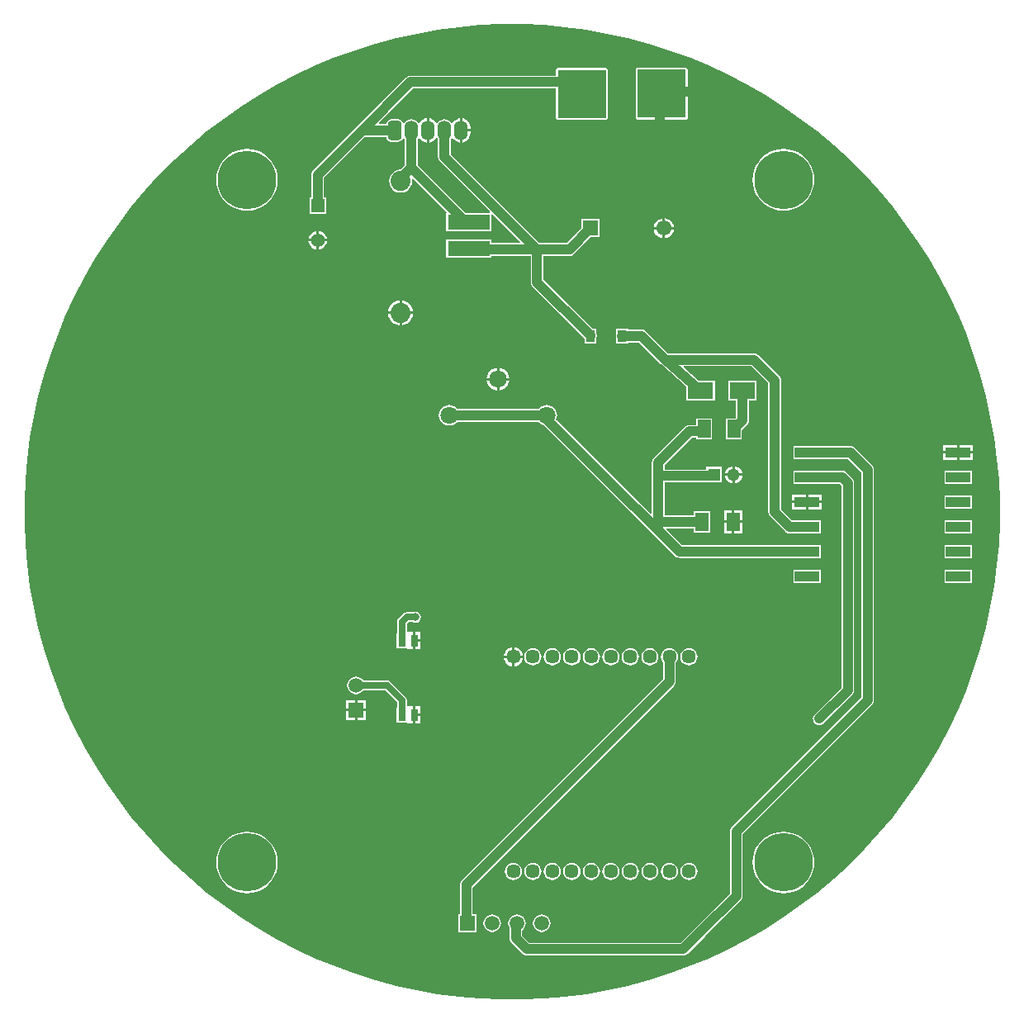
<source format=gtl>
G04*
G04 #@! TF.GenerationSoftware,Altium Limited,Altium Designer,20.0.13 (296)*
G04*
G04 Layer_Physical_Order=1*
G04 Layer_Color=255*
%FSLAX44Y44*%
%MOMM*%
G71*
G01*
G75*
%ADD20C,0.7000*%
%ADD22R,0.9100X1.2200*%
%ADD23R,0.7600X1.2700*%
%ADD24R,2.5000X1.0000*%
%ADD25R,1.3500X1.8500*%
%ADD26R,1.3500X1.9000*%
%ADD27R,4.3000X1.6000*%
%ADD28R,2.6500X1.7500*%
%ADD54C,1.0000*%
%ADD55R,5.0000X5.0000*%
%ADD56R,1.5000X1.5000*%
%ADD57C,1.5000*%
%ADD58R,1.5000X1.5000*%
%ADD59C,1.3000*%
%ADD60R,1.3000X1.3000*%
%ADD61C,1.8000*%
%ADD62C,1.4500*%
G04:AMPARAMS|DCode=63|XSize=2mm|YSize=1.4mm|CornerRadius=0.35mm|HoleSize=0mm|Usage=FLASHONLY|Rotation=90.000|XOffset=0mm|YOffset=0mm|HoleType=Round|Shape=RoundedRectangle|*
%AMROUNDEDRECTD63*
21,1,2.0000,0.7000,0,0,90.0*
21,1,1.3000,1.4000,0,0,90.0*
1,1,0.7000,0.3500,0.6500*
1,1,0.7000,0.3500,-0.6500*
1,1,0.7000,-0.3500,-0.6500*
1,1,0.7000,-0.3500,0.6500*
%
%ADD63ROUNDEDRECTD63*%
%ADD64O,1.4000X2.0000*%
%ADD65C,1.5500*%
%ADD66R,1.5500X1.5500*%
%ADD67R,1.4000X1.4000*%
%ADD68C,1.4000*%
%ADD69C,2.0500*%
%ADD70C,1.0000*%
%ADD71C,6.0000*%
%ADD72C,0.8000*%
G36*
X2760669Y920688D02*
X2782406Y918786D01*
X2804040Y915938D01*
X2825528Y912149D01*
X2846831Y907427D01*
X2867908Y901779D01*
X2888718Y895218D01*
X2909222Y887755D01*
X2929381Y879405D01*
X2949157Y870183D01*
X2968512Y860108D01*
X2987408Y849198D01*
X3005811Y837474D01*
X3023685Y824958D01*
X3040996Y811675D01*
X3057711Y797649D01*
X3073799Y782908D01*
X3089228Y767479D01*
X3103969Y751391D01*
X3117995Y734676D01*
X3131278Y717365D01*
X3143794Y699491D01*
X3155518Y681088D01*
X3166428Y662192D01*
X3176503Y642837D01*
X3185724Y623061D01*
X3194075Y602902D01*
X3201538Y582398D01*
X3208099Y561588D01*
X3213747Y540511D01*
X3218470Y519208D01*
X3222258Y497720D01*
X3225107Y476086D01*
X3227008Y454349D01*
X3227960Y432550D01*
Y421640D01*
Y410730D01*
X3227008Y388931D01*
X3225107Y367194D01*
X3222258Y345560D01*
X3218470Y324072D01*
X3213747Y302769D01*
X3208099Y281692D01*
X3201538Y260882D01*
X3194075Y240378D01*
X3185724Y220219D01*
X3176503Y200443D01*
X3166428Y181088D01*
X3155518Y162192D01*
X3143794Y143789D01*
X3131278Y125915D01*
X3117995Y108604D01*
X3103969Y91889D01*
X3089228Y75801D01*
X3073799Y60372D01*
X3057711Y45631D01*
X3040996Y31605D01*
X3023685Y18322D01*
X3005811Y5806D01*
X2987408Y-5918D01*
X2968512Y-16828D01*
X2949157Y-26903D01*
X2929381Y-36125D01*
X2909222Y-44475D01*
X2888718Y-51938D01*
X2867908Y-58499D01*
X2846831Y-64147D01*
X2825528Y-68869D01*
X2804040Y-72658D01*
X2782406Y-75507D01*
X2760669Y-77408D01*
X2738870Y-78360D01*
X2717050D01*
X2695251Y-77408D01*
X2673513Y-75507D01*
X2651880Y-72658D01*
X2630392Y-68869D01*
X2609089Y-64147D01*
X2588012Y-58499D01*
X2567202Y-51938D01*
X2546698Y-44475D01*
X2526539Y-36125D01*
X2506763Y-26903D01*
X2487408Y-16828D01*
X2468512Y-5918D01*
X2450109Y5806D01*
X2432235Y18322D01*
X2414924Y31605D01*
X2398209Y45631D01*
X2382121Y60372D01*
X2366692Y75801D01*
X2351951Y91889D01*
X2337925Y108604D01*
X2324642Y125915D01*
X2312126Y143789D01*
X2300402Y162192D01*
X2289492Y181088D01*
X2279417Y200443D01*
X2270195Y220219D01*
X2261845Y240378D01*
X2254382Y260882D01*
X2247821Y281692D01*
X2242173Y302769D01*
X2237451Y324072D01*
X2233662Y345560D01*
X2230813Y367194D01*
X2228912Y388931D01*
X2227960Y410730D01*
Y421640D01*
Y432550D01*
X2228912Y454349D01*
X2230813Y476086D01*
X2233662Y497720D01*
X2237451Y519208D01*
X2242173Y540511D01*
X2247821Y561588D01*
X2254382Y582398D01*
X2261845Y602902D01*
X2270195Y623061D01*
X2279417Y642837D01*
X2289492Y662192D01*
X2300402Y681088D01*
X2312126Y699491D01*
X2324642Y717365D01*
X2337925Y734676D01*
X2351951Y751391D01*
X2366692Y767479D01*
X2382121Y782908D01*
X2398209Y797649D01*
X2414924Y811675D01*
X2432235Y824958D01*
X2450109Y837474D01*
X2468512Y849198D01*
X2487408Y860108D01*
X2506763Y870183D01*
X2526539Y879405D01*
X2546698Y887755D01*
X2567202Y895218D01*
X2588012Y901779D01*
X2609089Y907427D01*
X2630392Y912149D01*
X2651880Y915938D01*
X2673513Y918786D01*
X2695251Y920688D01*
X2717050Y921640D01*
X2738870D01*
X2760669Y920688D01*
D02*
G37*
%LPC*%
G36*
X2906230Y877124D02*
X2856230D01*
X2855082Y876648D01*
X2854606Y875500D01*
Y825500D01*
X2855082Y824352D01*
X2856230Y823876D01*
X2906230D01*
X2907378Y824352D01*
X2907854Y825500D01*
Y875500D01*
X2907378Y876648D01*
X2906230Y877124D01*
D02*
G37*
G36*
X2824480Y876654D02*
X2774480D01*
X2773332Y876178D01*
X2772856Y875030D01*
Y868886D01*
X2623820D01*
X2622123Y868663D01*
X2620542Y868008D01*
X2619184Y866966D01*
X2569654Y817436D01*
X2569654Y817436D01*
X2523934Y771716D01*
X2522892Y770358D01*
X2522237Y768777D01*
X2522014Y767080D01*
Y743830D01*
X2520070D01*
Y726830D01*
X2537070D01*
Y743830D01*
X2535126D01*
Y764364D01*
X2577006Y806244D01*
X2599013D01*
X2599390Y804349D01*
X2600495Y802695D01*
X2602149Y801590D01*
X2604100Y801202D01*
X2611100D01*
X2613051Y801590D01*
X2614705Y802695D01*
X2615810Y804349D01*
X2615963Y805120D01*
X2616651Y805343D01*
X2617303Y805347D01*
X2618044Y804381D01*
Y777227D01*
X2613359Y772542D01*
X2610593Y772178D01*
X2607734Y770994D01*
X2605280Y769110D01*
X2603396Y766656D01*
X2602213Y763797D01*
X2601808Y760730D01*
X2602213Y757663D01*
X2603396Y754804D01*
X2605280Y752350D01*
X2607734Y750466D01*
X2610593Y749282D01*
X2613660Y748879D01*
X2616727Y749282D01*
X2619586Y750466D01*
X2622040Y752350D01*
X2623924Y754804D01*
X2625108Y757663D01*
X2625511Y760730D01*
X2625238Y762805D01*
X2626441Y763399D01*
X2660806Y729034D01*
X2660510Y728320D01*
X2660510D01*
Y709320D01*
X2706510D01*
Y726662D01*
X2707780Y727188D01*
X2736524Y698444D01*
X2736038Y697271D01*
X2706510D01*
Y701320D01*
X2660510D01*
Y682320D01*
X2706510D01*
Y684159D01*
X2746969D01*
Y657235D01*
X2747192Y655538D01*
X2747847Y653957D01*
X2748889Y652599D01*
X2802080Y599408D01*
Y594380D01*
X2814180D01*
Y599601D01*
X2814463Y600283D01*
X2814686Y601980D01*
Y602630D01*
X2814463Y604327D01*
X2814180Y605009D01*
Y609580D01*
X2810452D01*
X2760081Y659951D01*
Y684159D01*
X2786815D01*
X2788512Y684382D01*
X2790093Y685037D01*
X2791451Y686079D01*
X2808592Y703220D01*
X2817820D01*
Y721720D01*
X2799320D01*
Y712492D01*
X2784099Y697271D01*
X2756241D01*
X2665156Y788356D01*
Y804381D01*
X2665797Y805217D01*
X2667165Y805235D01*
X2667267Y804989D01*
X2668796Y802996D01*
X2670789Y801467D01*
X2673109Y800506D01*
X2674330Y800345D01*
Y812800D01*
Y825255D01*
X2673109Y825095D01*
X2670789Y824133D01*
X2668796Y822604D01*
X2667267Y820611D01*
X2667165Y820365D01*
X2665797Y820383D01*
X2664662Y821862D01*
X2662887Y823225D01*
X2660819Y824081D01*
X2658600Y824373D01*
X2656381Y824081D01*
X2654313Y823225D01*
X2652538Y821862D01*
X2651402Y820383D01*
X2650035Y820365D01*
X2649933Y820611D01*
X2648404Y822604D01*
X2646411Y824133D01*
X2644090Y825095D01*
X2642870Y825255D01*
Y812800D01*
Y800345D01*
X2644090Y800506D01*
X2646411Y801467D01*
X2648404Y802996D01*
X2649933Y804989D01*
X2650035Y805235D01*
X2651402Y805217D01*
X2652044Y804381D01*
Y785640D01*
X2652267Y783943D01*
X2652922Y782362D01*
X2653964Y781004D01*
X2705378Y729590D01*
X2704852Y728320D01*
X2680063D01*
X2631156Y777227D01*
Y804381D01*
X2631797Y805217D01*
X2633165Y805235D01*
X2633267Y804989D01*
X2634796Y802996D01*
X2636789Y801467D01*
X2639109Y800506D01*
X2640330Y800345D01*
Y812800D01*
Y825255D01*
X2639109Y825095D01*
X2636789Y824133D01*
X2634796Y822604D01*
X2633267Y820611D01*
X2633165Y820365D01*
X2631797Y820383D01*
X2630662Y821862D01*
X2628887Y823225D01*
X2626819Y824081D01*
X2624600Y824373D01*
X2622381Y824081D01*
X2620313Y823225D01*
X2618538Y821862D01*
X2617303Y820253D01*
X2616651Y820257D01*
X2615963Y820480D01*
X2615810Y821251D01*
X2614705Y822905D01*
X2613051Y824010D01*
X2611100Y824398D01*
X2604100D01*
X2602149Y824010D01*
X2600495Y822905D01*
X2599390Y821251D01*
X2599013Y819356D01*
X2591777D01*
X2591291Y820529D01*
X2626536Y855774D01*
X2772856D01*
Y825030D01*
X2773332Y823882D01*
X2774480Y823406D01*
X2824480D01*
X2825628Y823882D01*
X2826104Y825030D01*
Y875030D01*
X2825628Y876178D01*
X2824480Y876654D01*
D02*
G37*
G36*
X2676870Y825255D02*
Y814070D01*
X2685222D01*
Y815800D01*
X2684894Y818290D01*
X2683933Y820611D01*
X2682404Y822604D01*
X2680411Y824133D01*
X2678091Y825095D01*
X2676870Y825255D01*
D02*
G37*
G36*
X2685222Y811530D02*
X2676870D01*
Y800345D01*
X2678091Y800506D01*
X2680411Y801467D01*
X2682404Y802996D01*
X2683933Y804989D01*
X2684894Y807309D01*
X2685222Y809800D01*
Y811530D01*
D02*
G37*
G36*
X3006180Y793827D02*
X3001237Y793438D01*
X2996416Y792281D01*
X2991835Y790384D01*
X2987607Y787793D01*
X2983837Y784573D01*
X2980617Y780803D01*
X2978026Y776575D01*
X2976129Y771994D01*
X2974972Y767173D01*
X2974583Y762230D01*
X2974972Y757287D01*
X2976129Y752466D01*
X2978026Y747885D01*
X2980617Y743658D01*
X2983837Y739887D01*
X2987607Y736667D01*
X2991835Y734077D01*
X2996416Y732179D01*
X3001237Y731022D01*
X3006180Y730633D01*
X3011123Y731022D01*
X3015944Y732179D01*
X3020525Y734077D01*
X3024753Y736667D01*
X3028523Y739887D01*
X3031743Y743658D01*
X3034333Y747885D01*
X3036231Y752466D01*
X3037388Y757287D01*
X3037777Y762230D01*
X3037388Y767173D01*
X3036231Y771994D01*
X3034333Y776575D01*
X3031743Y780803D01*
X3028523Y784573D01*
X3024753Y787793D01*
X3020525Y790384D01*
X3015944Y792281D01*
X3011123Y793438D01*
X3006180Y793827D01*
D02*
G37*
G36*
X2456180D02*
X2451237Y793438D01*
X2446416Y792281D01*
X2441835Y790384D01*
X2437608Y787793D01*
X2433837Y784573D01*
X2430617Y780803D01*
X2428026Y776575D01*
X2426129Y771994D01*
X2424972Y767173D01*
X2424583Y762230D01*
X2424972Y757287D01*
X2426129Y752466D01*
X2428026Y747885D01*
X2430617Y743658D01*
X2433837Y739887D01*
X2437608Y736667D01*
X2441835Y734077D01*
X2446416Y732179D01*
X2451237Y731022D01*
X2456180Y730633D01*
X2461123Y731022D01*
X2465944Y732179D01*
X2470525Y734077D01*
X2474753Y736667D01*
X2478523Y739887D01*
X2481743Y743658D01*
X2484333Y747885D01*
X2486231Y752466D01*
X2487388Y757287D01*
X2487777Y762230D01*
X2487388Y767173D01*
X2486231Y771994D01*
X2484333Y776575D01*
X2481743Y780803D01*
X2478523Y784573D01*
X2474753Y787793D01*
X2470525Y790384D01*
X2465944Y792281D01*
X2461123Y793438D01*
X2456180Y793827D01*
D02*
G37*
G36*
X2884840Y722682D02*
Y713740D01*
X2893782D01*
X2893595Y715156D01*
X2892558Y717659D01*
X2890909Y719809D01*
X2888759Y721458D01*
X2886256Y722495D01*
X2884840Y722682D01*
D02*
G37*
G36*
X2882300Y722682D02*
X2880884Y722495D01*
X2878381Y721458D01*
X2876231Y719809D01*
X2874582Y717659D01*
X2873545Y715156D01*
X2873358Y713740D01*
X2882300D01*
Y722682D01*
D02*
G37*
G36*
X2893782Y711200D02*
X2884840D01*
Y702258D01*
X2886256Y702445D01*
X2888759Y703482D01*
X2890909Y705131D01*
X2892558Y707281D01*
X2893595Y709784D01*
X2893782Y711200D01*
D02*
G37*
G36*
X2882300D02*
X2873358D01*
X2873545Y709784D01*
X2874582Y707281D01*
X2876231Y705131D01*
X2878381Y703482D01*
X2880884Y702445D01*
X2882300Y702258D01*
Y711200D01*
D02*
G37*
G36*
X2529840Y709785D02*
Y701600D01*
X2538025D01*
X2537864Y702821D01*
X2536903Y705141D01*
X2535374Y707134D01*
X2533381Y708663D01*
X2531060Y709624D01*
X2529840Y709785D01*
D02*
G37*
G36*
X2527300Y709785D02*
X2526080Y709624D01*
X2523759Y708663D01*
X2521766Y707134D01*
X2520237Y705141D01*
X2519276Y702821D01*
X2519115Y701600D01*
X2527300D01*
Y709785D01*
D02*
G37*
G36*
Y699060D02*
X2519115D01*
X2519276Y697840D01*
X2520237Y695519D01*
X2521766Y693526D01*
X2523759Y691997D01*
X2526080Y691036D01*
X2527300Y690875D01*
Y699060D01*
D02*
G37*
G36*
X2538025D02*
X2529840D01*
Y690875D01*
X2531060Y691036D01*
X2533381Y691997D01*
X2535374Y693526D01*
X2536903Y695519D01*
X2537864Y697840D01*
X2538025Y699060D01*
D02*
G37*
G36*
X2614930Y638563D02*
Y627100D01*
X2626393D01*
X2626121Y629169D01*
X2624832Y632280D01*
X2622782Y634952D01*
X2620110Y637002D01*
X2616999Y638291D01*
X2614930Y638563D01*
D02*
G37*
G36*
X2612390Y638563D02*
X2610321Y638291D01*
X2607210Y637002D01*
X2604538Y634952D01*
X2602488Y632280D01*
X2601199Y629169D01*
X2600927Y627100D01*
X2612390D01*
Y638563D01*
D02*
G37*
G36*
Y624560D02*
X2600927D01*
X2601199Y622491D01*
X2602488Y619380D01*
X2604538Y616708D01*
X2607210Y614658D01*
X2610321Y613369D01*
X2612390Y613097D01*
Y624560D01*
D02*
G37*
G36*
X2626393D02*
X2614930D01*
Y613097D01*
X2616999Y613369D01*
X2620110Y614658D01*
X2622782Y616708D01*
X2624832Y619380D01*
X2626121Y622491D01*
X2626393Y624560D01*
D02*
G37*
G36*
X2714790Y569172D02*
Y558970D01*
X2724992D01*
X2724763Y560713D01*
X2723600Y563520D01*
X2721750Y565930D01*
X2719340Y567780D01*
X2716533Y568943D01*
X2714790Y569172D01*
D02*
G37*
G36*
X2712250Y569172D02*
X2710508Y568943D01*
X2707700Y567780D01*
X2705290Y565930D01*
X2703440Y563520D01*
X2702277Y560713D01*
X2702048Y558970D01*
X2712250D01*
Y569172D01*
D02*
G37*
G36*
X2724992Y556430D02*
X2714790D01*
Y546228D01*
X2716533Y546457D01*
X2719340Y547620D01*
X2721750Y549470D01*
X2723600Y551880D01*
X2724763Y554688D01*
X2724992Y556430D01*
D02*
G37*
G36*
X2712250D02*
X2702048D01*
X2702277Y554688D01*
X2703440Y551880D01*
X2705290Y549470D01*
X2707700Y547620D01*
X2710508Y546457D01*
X2712250Y546228D01*
Y556430D01*
D02*
G37*
G36*
X2763520Y531291D02*
X2760779Y530930D01*
X2758225Y529872D01*
X2756031Y528189D01*
X2755316Y527256D01*
X2671724D01*
X2671009Y528189D01*
X2668815Y529872D01*
X2666261Y530930D01*
X2663520Y531291D01*
X2660779Y530930D01*
X2658225Y529872D01*
X2656031Y528189D01*
X2654348Y525995D01*
X2653290Y523441D01*
X2652929Y520700D01*
X2653290Y517959D01*
X2654348Y515405D01*
X2656031Y513211D01*
X2658225Y511528D01*
X2660779Y510470D01*
X2663520Y510109D01*
X2666261Y510470D01*
X2668815Y511528D01*
X2671009Y513211D01*
X2671724Y514144D01*
X2755316D01*
X2756031Y513211D01*
X2758225Y511528D01*
X2760590Y510549D01*
X2825139Y445999D01*
X2825140Y445999D01*
X2873184Y397954D01*
X2873184Y397954D01*
X2894774Y376364D01*
X2896132Y375322D01*
X2897713Y374667D01*
X2899410Y374444D01*
X3030220D01*
X3030646Y374500D01*
X3044220D01*
Y387500D01*
X3030646D01*
X3030220Y387556D01*
X2902126D01*
X2885931Y403751D01*
X2886417Y404924D01*
X2914530D01*
Y400480D01*
X2931030D01*
Y422480D01*
X2914530D01*
Y418036D01*
X2884376D01*
Y451914D01*
X2927130D01*
Y451740D01*
X2943130D01*
Y467740D01*
X2927130D01*
Y465026D01*
X2884376D01*
Y469724D01*
X2912285Y497634D01*
X2916550D01*
Y495980D01*
X2933050D01*
Y517480D01*
X2916550D01*
Y510746D01*
X2909570D01*
X2907873Y510523D01*
X2906292Y509868D01*
X2904934Y508826D01*
X2873184Y477076D01*
X2872142Y475718D01*
X2871487Y474137D01*
X2871264Y472440D01*
Y458470D01*
Y420077D01*
X2870091Y419591D01*
X2834411Y455271D01*
X2773156Y516526D01*
X2773750Y517959D01*
X2774111Y520700D01*
X2773750Y523441D01*
X2772692Y525995D01*
X2771009Y528189D01*
X2768815Y529872D01*
X2766261Y530930D01*
X2763520Y531291D01*
D02*
G37*
G36*
X2978840Y556350D02*
X2949340D01*
Y535850D01*
X2957624D01*
Y518326D01*
X2956778Y517480D01*
X2947050D01*
Y495980D01*
X2963550D01*
Y505708D01*
X2968816Y510974D01*
X2969858Y512332D01*
X2970513Y513913D01*
X2970736Y515610D01*
Y535850D01*
X2978840D01*
Y556350D01*
D02*
G37*
G36*
X3200260Y490140D02*
X3186490D01*
Y483870D01*
X3200260D01*
Y490140D01*
D02*
G37*
G36*
X3183950D02*
X3170180D01*
Y483870D01*
X3183950D01*
Y490140D01*
D02*
G37*
G36*
X3200260Y481330D02*
X3186490D01*
Y475060D01*
X3200260D01*
Y481330D01*
D02*
G37*
G36*
X3183950D02*
X3170180D01*
Y475060D01*
X3183950D01*
Y481330D01*
D02*
G37*
G36*
X2956400Y468691D02*
Y461010D01*
X2964081D01*
X2963937Y462100D01*
X2963026Y464299D01*
X2961577Y466187D01*
X2959689Y467636D01*
X2957490Y468547D01*
X2956400Y468691D01*
D02*
G37*
G36*
X2953860Y468691D02*
X2952770Y468547D01*
X2950571Y467636D01*
X2948683Y466187D01*
X2947234Y464299D01*
X2946323Y462100D01*
X2946179Y461010D01*
X2953860D01*
Y468691D01*
D02*
G37*
G36*
X2964081Y458470D02*
X2956400D01*
Y450789D01*
X2957490Y450933D01*
X2959689Y451844D01*
X2961577Y453293D01*
X2963026Y455181D01*
X2963937Y457380D01*
X2964081Y458470D01*
D02*
G37*
G36*
X2953860D02*
X2946179D01*
X2946323Y457380D01*
X2947234Y455181D01*
X2948683Y453293D01*
X2950571Y451844D01*
X2952770Y450933D01*
X2953860Y450789D01*
Y458470D01*
D02*
G37*
G36*
X3199220Y463700D02*
X3171220D01*
Y450700D01*
X3199220D01*
Y463700D01*
D02*
G37*
G36*
X3045260Y439340D02*
X3031490D01*
Y433070D01*
X3045260D01*
Y439340D01*
D02*
G37*
G36*
X3028950D02*
X3015180D01*
Y433070D01*
X3028950D01*
Y439340D01*
D02*
G37*
G36*
X3199220Y438300D02*
X3171220D01*
Y425300D01*
X3199220D01*
Y438300D01*
D02*
G37*
G36*
X3045260Y430530D02*
X3031490D01*
Y424260D01*
X3045260D01*
Y430530D01*
D02*
G37*
G36*
X3028950D02*
X3015180D01*
Y424260D01*
X3028950D01*
Y430530D01*
D02*
G37*
G36*
X2964070Y423520D02*
X2956050D01*
Y412750D01*
X2964070D01*
Y423520D01*
D02*
G37*
G36*
X2953510D02*
X2945490D01*
Y412750D01*
X2953510D01*
Y423520D01*
D02*
G37*
G36*
X3199220Y412900D02*
X3171220D01*
Y399900D01*
X3199220D01*
Y412900D01*
D02*
G37*
G36*
X2846880Y609580D02*
X2834780D01*
Y604359D01*
X2834497Y603677D01*
X2834274Y601980D01*
X2834497Y600283D01*
X2834780Y599601D01*
Y594380D01*
X2846880D01*
Y595424D01*
X2858057D01*
X2880469Y573011D01*
X2880641Y572879D01*
X2880783Y572717D01*
X2906340Y550312D01*
Y535850D01*
X2935840D01*
Y556350D01*
X2919343D01*
X2903885Y569902D01*
X2904332Y571091D01*
X2973098D01*
X2990644Y553544D01*
Y421640D01*
X2990867Y419943D01*
X2991522Y418362D01*
X2992564Y417004D01*
X3007916Y401652D01*
X3009274Y400610D01*
X3010855Y399955D01*
X3012552Y399732D01*
X3020836D01*
X3021688Y399844D01*
X3030220D01*
X3030646Y399900D01*
X3044220D01*
Y412900D01*
X3030646D01*
X3030220Y412956D01*
X3020948D01*
X3020522Y412900D01*
X3016220D01*
X3016220Y412900D01*
Y412900D01*
X3015027Y413085D01*
X3003756Y424356D01*
Y556260D01*
X3003533Y557957D01*
X3002878Y559538D01*
X3001836Y560896D01*
X2980449Y582283D01*
X2979091Y583325D01*
X2977510Y583980D01*
X2975813Y584203D01*
X2887821D01*
X2865408Y606616D01*
X2864050Y607658D01*
X2862469Y608313D01*
X2860772Y608536D01*
X2846880D01*
Y609580D01*
D02*
G37*
G36*
X2964070Y410210D02*
X2956050D01*
Y399440D01*
X2964070D01*
Y410210D01*
D02*
G37*
G36*
X2953510D02*
X2945490D01*
Y399440D01*
X2953510D01*
Y410210D01*
D02*
G37*
G36*
X3199220Y387500D02*
X3171220D01*
Y374500D01*
X3199220D01*
Y387500D01*
D02*
G37*
G36*
Y362100D02*
X3171220D01*
Y349100D01*
X3199220D01*
Y362100D01*
D02*
G37*
G36*
X3044220D02*
X3016220D01*
Y349100D01*
X3044220D01*
Y362100D01*
D02*
G37*
G36*
X2628900Y319298D02*
X2626754Y318871D01*
X2626630Y318788D01*
X2620010D01*
X2618059Y318400D01*
X2616405Y317295D01*
X2611325Y312215D01*
X2610220Y310561D01*
X2609832Y308610D01*
Y297410D01*
X2609630D01*
Y281710D01*
X2620020D01*
X2620230Y281710D01*
X2621290Y281203D01*
Y280670D01*
X2626360D01*
Y289560D01*
Y298450D01*
X2621298D01*
X2621290Y298450D01*
X2620028Y298469D01*
Y306498D01*
X2622122Y308592D01*
X2626630D01*
X2626754Y308509D01*
X2628900Y308082D01*
X2631046Y308509D01*
X2632865Y309725D01*
X2634081Y311544D01*
X2634508Y313690D01*
X2634081Y315836D01*
X2632865Y317655D01*
X2631046Y318871D01*
X2628900Y319298D01*
D02*
G37*
G36*
Y298450D02*
Y290830D01*
X2633970D01*
Y298450D01*
X2628900D01*
D02*
G37*
G36*
X2633970Y288290D02*
X2628900D01*
Y280670D01*
X2633970D01*
Y288290D01*
D02*
G37*
G36*
X2730520Y282757D02*
Y274320D01*
X2738957D01*
X2738788Y275606D01*
X2737802Y277987D01*
X2736232Y280032D01*
X2734187Y281602D01*
X2731806Y282588D01*
X2730520Y282757D01*
D02*
G37*
G36*
X2727980Y282757D02*
X2726694Y282588D01*
X2724313Y281602D01*
X2722268Y280032D01*
X2720699Y277987D01*
X2719712Y275606D01*
X2719543Y274320D01*
X2727980D01*
Y282757D01*
D02*
G37*
G36*
X2909250Y281875D02*
X2906966Y281575D01*
X2904837Y280693D01*
X2903009Y279291D01*
X2901607Y277463D01*
X2900725Y275334D01*
X2900424Y273050D01*
X2900725Y270766D01*
X2901607Y268637D01*
X2903009Y266809D01*
X2904837Y265407D01*
X2906966Y264525D01*
X2909250Y264224D01*
X2911534Y264525D01*
X2913663Y265407D01*
X2915491Y266809D01*
X2916893Y268637D01*
X2917775Y270766D01*
X2918076Y273050D01*
X2917775Y275334D01*
X2916893Y277463D01*
X2915491Y279291D01*
X2913663Y280693D01*
X2911534Y281575D01*
X2909250Y281875D01*
D02*
G37*
G36*
X2869250D02*
X2866966Y281575D01*
X2864837Y280693D01*
X2863009Y279291D01*
X2861607Y277463D01*
X2860725Y275334D01*
X2860424Y273050D01*
X2860725Y270766D01*
X2861607Y268637D01*
X2863009Y266809D01*
X2864837Y265407D01*
X2866966Y264525D01*
X2869250Y264224D01*
X2871534Y264525D01*
X2873663Y265407D01*
X2875491Y266809D01*
X2876893Y268637D01*
X2877775Y270766D01*
X2878076Y273050D01*
X2877775Y275334D01*
X2876893Y277463D01*
X2875491Y279291D01*
X2873663Y280693D01*
X2871534Y281575D01*
X2869250Y281875D01*
D02*
G37*
G36*
X2849250D02*
X2846966Y281575D01*
X2844837Y280693D01*
X2843009Y279291D01*
X2841607Y277463D01*
X2840725Y275334D01*
X2840424Y273050D01*
X2840725Y270766D01*
X2841607Y268637D01*
X2843009Y266809D01*
X2844837Y265407D01*
X2846966Y264525D01*
X2849250Y264224D01*
X2851534Y264525D01*
X2853663Y265407D01*
X2855491Y266809D01*
X2856893Y268637D01*
X2857775Y270766D01*
X2858076Y273050D01*
X2857775Y275334D01*
X2856893Y277463D01*
X2855491Y279291D01*
X2853663Y280693D01*
X2851534Y281575D01*
X2849250Y281875D01*
D02*
G37*
G36*
X2829250D02*
X2826966Y281575D01*
X2824837Y280693D01*
X2823009Y279291D01*
X2821607Y277463D01*
X2820725Y275334D01*
X2820424Y273050D01*
X2820725Y270766D01*
X2821607Y268637D01*
X2823009Y266809D01*
X2824837Y265407D01*
X2826966Y264525D01*
X2829250Y264224D01*
X2831534Y264525D01*
X2833663Y265407D01*
X2835491Y266809D01*
X2836893Y268637D01*
X2837775Y270766D01*
X2838076Y273050D01*
X2837775Y275334D01*
X2836893Y277463D01*
X2835491Y279291D01*
X2833663Y280693D01*
X2831534Y281575D01*
X2829250Y281875D01*
D02*
G37*
G36*
X2809250D02*
X2806966Y281575D01*
X2804837Y280693D01*
X2803009Y279291D01*
X2801607Y277463D01*
X2800725Y275334D01*
X2800424Y273050D01*
X2800725Y270766D01*
X2801607Y268637D01*
X2803009Y266809D01*
X2804837Y265407D01*
X2806966Y264525D01*
X2809250Y264224D01*
X2811534Y264525D01*
X2813663Y265407D01*
X2815491Y266809D01*
X2816893Y268637D01*
X2817775Y270766D01*
X2818076Y273050D01*
X2817775Y275334D01*
X2816893Y277463D01*
X2815491Y279291D01*
X2813663Y280693D01*
X2811534Y281575D01*
X2809250Y281875D01*
D02*
G37*
G36*
X2789250D02*
X2786966Y281575D01*
X2784837Y280693D01*
X2783009Y279291D01*
X2781607Y277463D01*
X2780725Y275334D01*
X2780424Y273050D01*
X2780725Y270766D01*
X2781607Y268637D01*
X2783009Y266809D01*
X2784837Y265407D01*
X2786966Y264525D01*
X2789250Y264224D01*
X2791534Y264525D01*
X2793663Y265407D01*
X2795491Y266809D01*
X2796893Y268637D01*
X2797775Y270766D01*
X2798076Y273050D01*
X2797775Y275334D01*
X2796893Y277463D01*
X2795491Y279291D01*
X2793663Y280693D01*
X2791534Y281575D01*
X2789250Y281875D01*
D02*
G37*
G36*
X2769250D02*
X2766966Y281575D01*
X2764837Y280693D01*
X2763009Y279291D01*
X2761607Y277463D01*
X2760725Y275334D01*
X2760424Y273050D01*
X2760725Y270766D01*
X2761607Y268637D01*
X2763009Y266809D01*
X2764837Y265407D01*
X2766966Y264525D01*
X2769250Y264224D01*
X2771534Y264525D01*
X2773663Y265407D01*
X2775491Y266809D01*
X2776893Y268637D01*
X2777775Y270766D01*
X2778076Y273050D01*
X2777775Y275334D01*
X2776893Y277463D01*
X2775491Y279291D01*
X2773663Y280693D01*
X2771534Y281575D01*
X2769250Y281875D01*
D02*
G37*
G36*
X2749250D02*
X2746966Y281575D01*
X2744837Y280693D01*
X2743009Y279291D01*
X2741607Y277463D01*
X2740725Y275334D01*
X2740424Y273050D01*
X2740725Y270766D01*
X2741607Y268637D01*
X2743009Y266809D01*
X2744837Y265407D01*
X2746966Y264525D01*
X2749250Y264224D01*
X2751534Y264525D01*
X2753663Y265407D01*
X2755491Y266809D01*
X2756893Y268637D01*
X2757775Y270766D01*
X2758076Y273050D01*
X2757775Y275334D01*
X2756893Y277463D01*
X2755491Y279291D01*
X2753663Y280693D01*
X2751534Y281575D01*
X2749250Y281875D01*
D02*
G37*
G36*
X2727980Y271780D02*
X2719543D01*
X2719712Y270494D01*
X2720699Y268113D01*
X2722268Y266068D01*
X2724313Y264499D01*
X2726694Y263512D01*
X2727980Y263343D01*
Y271780D01*
D02*
G37*
G36*
X2738957D02*
X2730520D01*
Y263343D01*
X2731806Y263512D01*
X2734187Y264499D01*
X2736232Y266068D01*
X2737802Y268113D01*
X2738788Y270494D01*
X2738957Y271780D01*
D02*
G37*
G36*
X2577980Y228480D02*
X2569210D01*
Y219710D01*
X2577980D01*
Y228480D01*
D02*
G37*
G36*
X2566670D02*
X2557900D01*
Y219710D01*
X2566670D01*
Y228480D01*
D02*
G37*
G36*
X2628900Y222250D02*
Y214630D01*
X2633970D01*
Y222250D01*
X2628900D01*
D02*
G37*
G36*
X2577980Y217170D02*
X2569210D01*
Y208400D01*
X2577980D01*
Y217170D01*
D02*
G37*
G36*
X2566670D02*
X2557900D01*
Y208400D01*
X2566670D01*
Y217170D01*
D02*
G37*
G36*
X2633970Y212090D02*
X2628900D01*
Y204470D01*
X2633970D01*
Y212090D01*
D02*
G37*
G36*
X2567940Y252918D02*
X2565591Y252608D01*
X2563401Y251702D01*
X2561521Y250259D01*
X2560078Y248379D01*
X2559172Y246189D01*
X2558862Y243840D01*
X2559172Y241490D01*
X2560078Y239301D01*
X2561521Y237421D01*
X2563401Y235979D01*
X2565591Y235072D01*
X2567940Y234762D01*
X2570290Y235072D01*
X2572479Y235979D01*
X2574359Y237421D01*
X2575372Y238742D01*
X2597578D01*
X2609832Y226488D01*
Y221210D01*
X2609630D01*
Y205510D01*
X2620020D01*
X2620230Y205510D01*
X2621290Y205003D01*
Y204470D01*
X2626360D01*
Y213360D01*
Y222250D01*
X2621298D01*
X2621290Y222250D01*
X2620028Y222269D01*
Y228600D01*
X2619640Y230551D01*
X2618535Y232205D01*
X2617265Y233475D01*
X2617265Y233475D01*
X2603295Y247445D01*
X2601641Y248550D01*
X2599690Y248938D01*
X2575372D01*
X2574359Y250259D01*
X2572479Y251702D01*
X2570290Y252608D01*
X2567940Y252918D01*
D02*
G37*
G36*
X3066272Y463756D02*
X3030220D01*
X3029794Y463700D01*
X3016220D01*
Y450700D01*
X3029794D01*
X3030220Y450644D01*
X3063557D01*
X3065574Y448627D01*
Y241476D01*
X3038284Y214186D01*
X3037242Y212828D01*
X3036587Y211247D01*
X3036364Y209550D01*
X3036587Y207853D01*
X3037242Y206272D01*
X3038284Y204914D01*
X3039642Y203872D01*
X3041223Y203217D01*
X3042920Y202994D01*
X3044617Y203217D01*
X3046198Y203872D01*
X3047556Y204914D01*
X3076766Y234124D01*
X3077808Y235482D01*
X3078463Y237063D01*
X3078686Y238760D01*
Y451342D01*
X3078463Y453039D01*
X3077808Y454620D01*
X3076766Y455978D01*
X3070908Y461836D01*
X3069550Y462878D01*
X3067969Y463533D01*
X3066272Y463756D01*
D02*
G37*
G36*
X2909250Y61876D02*
X2906966Y61575D01*
X2904837Y60693D01*
X2903009Y59291D01*
X2901607Y57463D01*
X2900725Y55334D01*
X2900424Y53050D01*
X2900725Y50766D01*
X2901607Y48637D01*
X2903009Y46809D01*
X2904837Y45407D01*
X2906966Y44525D01*
X2909250Y44225D01*
X2911534Y44525D01*
X2913663Y45407D01*
X2915491Y46809D01*
X2916893Y48637D01*
X2917775Y50766D01*
X2918076Y53050D01*
X2917775Y55334D01*
X2916893Y57463D01*
X2915491Y59291D01*
X2913663Y60693D01*
X2911534Y61575D01*
X2909250Y61876D01*
D02*
G37*
G36*
X2889250D02*
X2886966Y61575D01*
X2884837Y60693D01*
X2883009Y59291D01*
X2881607Y57463D01*
X2880725Y55334D01*
X2880424Y53050D01*
X2880725Y50766D01*
X2881607Y48637D01*
X2883009Y46809D01*
X2884837Y45407D01*
X2886966Y44525D01*
X2889250Y44225D01*
X2891534Y44525D01*
X2893663Y45407D01*
X2895491Y46809D01*
X2896893Y48637D01*
X2897775Y50766D01*
X2898076Y53050D01*
X2897775Y55334D01*
X2896893Y57463D01*
X2895491Y59291D01*
X2893663Y60693D01*
X2891534Y61575D01*
X2889250Y61876D01*
D02*
G37*
G36*
X2869250D02*
X2866966Y61575D01*
X2864837Y60693D01*
X2863009Y59291D01*
X2861607Y57463D01*
X2860725Y55334D01*
X2860424Y53050D01*
X2860725Y50766D01*
X2861607Y48637D01*
X2863009Y46809D01*
X2864837Y45407D01*
X2866966Y44525D01*
X2869250Y44225D01*
X2871534Y44525D01*
X2873663Y45407D01*
X2875491Y46809D01*
X2876893Y48637D01*
X2877775Y50766D01*
X2878076Y53050D01*
X2877775Y55334D01*
X2876893Y57463D01*
X2875491Y59291D01*
X2873663Y60693D01*
X2871534Y61575D01*
X2869250Y61876D01*
D02*
G37*
G36*
X2849250D02*
X2846966Y61575D01*
X2844837Y60693D01*
X2843009Y59291D01*
X2841607Y57463D01*
X2840725Y55334D01*
X2840424Y53050D01*
X2840725Y50766D01*
X2841607Y48637D01*
X2843009Y46809D01*
X2844837Y45407D01*
X2846966Y44525D01*
X2849250Y44225D01*
X2851534Y44525D01*
X2853663Y45407D01*
X2855491Y46809D01*
X2856893Y48637D01*
X2857775Y50766D01*
X2858076Y53050D01*
X2857775Y55334D01*
X2856893Y57463D01*
X2855491Y59291D01*
X2853663Y60693D01*
X2851534Y61575D01*
X2849250Y61876D01*
D02*
G37*
G36*
X2829250D02*
X2826966Y61575D01*
X2824837Y60693D01*
X2823009Y59291D01*
X2821607Y57463D01*
X2820725Y55334D01*
X2820424Y53050D01*
X2820725Y50766D01*
X2821607Y48637D01*
X2823009Y46809D01*
X2824837Y45407D01*
X2826966Y44525D01*
X2829250Y44225D01*
X2831534Y44525D01*
X2833663Y45407D01*
X2835491Y46809D01*
X2836893Y48637D01*
X2837775Y50766D01*
X2838076Y53050D01*
X2837775Y55334D01*
X2836893Y57463D01*
X2835491Y59291D01*
X2833663Y60693D01*
X2831534Y61575D01*
X2829250Y61876D01*
D02*
G37*
G36*
X2809250D02*
X2806966Y61575D01*
X2804837Y60693D01*
X2803009Y59291D01*
X2801607Y57463D01*
X2800725Y55334D01*
X2800424Y53050D01*
X2800725Y50766D01*
X2801607Y48637D01*
X2803009Y46809D01*
X2804837Y45407D01*
X2806966Y44525D01*
X2809250Y44225D01*
X2811534Y44525D01*
X2813663Y45407D01*
X2815491Y46809D01*
X2816893Y48637D01*
X2817775Y50766D01*
X2818076Y53050D01*
X2817775Y55334D01*
X2816893Y57463D01*
X2815491Y59291D01*
X2813663Y60693D01*
X2811534Y61575D01*
X2809250Y61876D01*
D02*
G37*
G36*
X2789250D02*
X2786966Y61575D01*
X2784837Y60693D01*
X2783009Y59291D01*
X2781607Y57463D01*
X2780725Y55334D01*
X2780424Y53050D01*
X2780725Y50766D01*
X2781607Y48637D01*
X2783009Y46809D01*
X2784837Y45407D01*
X2786966Y44525D01*
X2789250Y44225D01*
X2791534Y44525D01*
X2793663Y45407D01*
X2795491Y46809D01*
X2796893Y48637D01*
X2797775Y50766D01*
X2798076Y53050D01*
X2797775Y55334D01*
X2796893Y57463D01*
X2795491Y59291D01*
X2793663Y60693D01*
X2791534Y61575D01*
X2789250Y61876D01*
D02*
G37*
G36*
X2769250D02*
X2766966Y61575D01*
X2764837Y60693D01*
X2763009Y59291D01*
X2761607Y57463D01*
X2760725Y55334D01*
X2760424Y53050D01*
X2760725Y50766D01*
X2761607Y48637D01*
X2763009Y46809D01*
X2764837Y45407D01*
X2766966Y44525D01*
X2769250Y44225D01*
X2771534Y44525D01*
X2773663Y45407D01*
X2775491Y46809D01*
X2776893Y48637D01*
X2777775Y50766D01*
X2778076Y53050D01*
X2777775Y55334D01*
X2776893Y57463D01*
X2775491Y59291D01*
X2773663Y60693D01*
X2771534Y61575D01*
X2769250Y61876D01*
D02*
G37*
G36*
X2749250D02*
X2746966Y61575D01*
X2744837Y60693D01*
X2743009Y59291D01*
X2741607Y57463D01*
X2740725Y55334D01*
X2740424Y53050D01*
X2740725Y50766D01*
X2741607Y48637D01*
X2743009Y46809D01*
X2744837Y45407D01*
X2746966Y44525D01*
X2749250Y44225D01*
X2751534Y44525D01*
X2753663Y45407D01*
X2755491Y46809D01*
X2756893Y48637D01*
X2757775Y50766D01*
X2758076Y53050D01*
X2757775Y55334D01*
X2756893Y57463D01*
X2755491Y59291D01*
X2753663Y60693D01*
X2751534Y61575D01*
X2749250Y61876D01*
D02*
G37*
G36*
X2729250D02*
X2726966Y61575D01*
X2724837Y60693D01*
X2723009Y59291D01*
X2721607Y57463D01*
X2720725Y55334D01*
X2720424Y53050D01*
X2720725Y50766D01*
X2721607Y48637D01*
X2723009Y46809D01*
X2724837Y45407D01*
X2726966Y44525D01*
X2729250Y44225D01*
X2731534Y44525D01*
X2733663Y45407D01*
X2735491Y46809D01*
X2736893Y48637D01*
X2737775Y50766D01*
X2738076Y53050D01*
X2737775Y55334D01*
X2736893Y57463D01*
X2735491Y59291D01*
X2733663Y60693D01*
X2731534Y61575D01*
X2729250Y61876D01*
D02*
G37*
G36*
X3006180Y93827D02*
X3001237Y93438D01*
X2996416Y92281D01*
X2991835Y90384D01*
X2987607Y87793D01*
X2983837Y84573D01*
X2980617Y80802D01*
X2978026Y76575D01*
X2976129Y71994D01*
X2974972Y67173D01*
X2974583Y62230D01*
X2974972Y57287D01*
X2976129Y52466D01*
X2978026Y47885D01*
X2980617Y43657D01*
X2983837Y39887D01*
X2987607Y36667D01*
X2991835Y34076D01*
X2996416Y32179D01*
X3001237Y31022D01*
X3006180Y30633D01*
X3011123Y31022D01*
X3015944Y32179D01*
X3020525Y34076D01*
X3024753Y36667D01*
X3028523Y39887D01*
X3031743Y43657D01*
X3034333Y47885D01*
X3036231Y52466D01*
X3037388Y57287D01*
X3037777Y62230D01*
X3037388Y67173D01*
X3036231Y71994D01*
X3034333Y76575D01*
X3031743Y80802D01*
X3028523Y84573D01*
X3024753Y87793D01*
X3020525Y90384D01*
X3015944Y92281D01*
X3011123Y93438D01*
X3006180Y93827D01*
D02*
G37*
G36*
X2456180D02*
X2451237Y93438D01*
X2446416Y92281D01*
X2441835Y90384D01*
X2437608Y87793D01*
X2433837Y84573D01*
X2430617Y80802D01*
X2428026Y76575D01*
X2426129Y71994D01*
X2424972Y67173D01*
X2424583Y62230D01*
X2424972Y57287D01*
X2426129Y52466D01*
X2428026Y47885D01*
X2430617Y43657D01*
X2433837Y39887D01*
X2437608Y36667D01*
X2441835Y34076D01*
X2446416Y32179D01*
X2451237Y31022D01*
X2456180Y30633D01*
X2461123Y31022D01*
X2465944Y32179D01*
X2470525Y34076D01*
X2474753Y36667D01*
X2478523Y39887D01*
X2481743Y43657D01*
X2484333Y47885D01*
X2486231Y52466D01*
X2487388Y57287D01*
X2487777Y62230D01*
X2487388Y67173D01*
X2486231Y71994D01*
X2484333Y76575D01*
X2481743Y80802D01*
X2478523Y84573D01*
X2474753Y87793D01*
X2470525Y90384D01*
X2465944Y92281D01*
X2461123Y93438D01*
X2456180Y93827D01*
D02*
G37*
G36*
X2889250Y281875D02*
X2886966Y281575D01*
X2884837Y280693D01*
X2883009Y279291D01*
X2881607Y277463D01*
X2880725Y275334D01*
X2880424Y273050D01*
X2880725Y270766D01*
X2881607Y268637D01*
X2882694Y267221D01*
Y250366D01*
X2676334Y44006D01*
X2675292Y42648D01*
X2674637Y41067D01*
X2674414Y39370D01*
Y9000D01*
X2673240D01*
Y-9000D01*
X2691240D01*
Y9000D01*
X2687526D01*
Y36654D01*
X2893886Y243014D01*
X2894928Y244372D01*
X2895583Y245953D01*
X2895806Y247650D01*
Y267221D01*
X2896893Y268637D01*
X2897775Y270766D01*
X2898076Y273050D01*
X2897775Y275334D01*
X2896893Y277463D01*
X2895491Y279291D01*
X2893663Y280693D01*
X2891534Y281575D01*
X2889250Y281875D01*
D02*
G37*
G36*
X2758440Y9078D02*
X2756090Y8768D01*
X2753901Y7861D01*
X2752021Y6419D01*
X2750579Y4539D01*
X2749672Y2350D01*
X2749362Y0D01*
X2749672Y-2350D01*
X2750579Y-4539D01*
X2752021Y-6419D01*
X2753901Y-7861D01*
X2756090Y-8768D01*
X2758440Y-9078D01*
X2760789Y-8768D01*
X2762979Y-7861D01*
X2764859Y-6419D01*
X2766302Y-4539D01*
X2767208Y-2350D01*
X2767518Y0D01*
X2767208Y2350D01*
X2766302Y4539D01*
X2764859Y6419D01*
X2762979Y7861D01*
X2760789Y8768D01*
X2758440Y9078D01*
D02*
G37*
G36*
X2707640D02*
X2705291Y8768D01*
X2703101Y7861D01*
X2701221Y6419D01*
X2699778Y4539D01*
X2698872Y2350D01*
X2698562Y0D01*
X2698872Y-2350D01*
X2699778Y-4539D01*
X2701221Y-6419D01*
X2703101Y-7861D01*
X2705291Y-8768D01*
X2707640Y-9078D01*
X2709990Y-8768D01*
X2712179Y-7861D01*
X2714059Y-6419D01*
X2715501Y-4539D01*
X2716408Y-2350D01*
X2716718Y0D01*
X2716408Y2350D01*
X2715501Y4539D01*
X2714059Y6419D01*
X2712179Y7861D01*
X2709990Y8768D01*
X2707640Y9078D01*
D02*
G37*
G36*
X3074670Y489156D02*
X3030220D01*
X3029794Y489100D01*
X3016220D01*
Y476100D01*
X3029794D01*
X3030220Y476044D01*
X3071954D01*
X3085894Y462104D01*
Y231316D01*
X2953194Y98616D01*
X2952152Y97258D01*
X2951497Y95677D01*
X2951274Y93980D01*
Y30656D01*
X2916364Y-4254D01*
X2916364Y-4254D01*
X2900504Y-20114D01*
X2745916D01*
X2738326Y-12524D01*
Y-7288D01*
X2739459Y-6419D01*
X2740901Y-4539D01*
X2741808Y-2350D01*
X2742118Y0D01*
X2741808Y2350D01*
X2740901Y4539D01*
X2739459Y6419D01*
X2737579Y7861D01*
X2735389Y8768D01*
X2733040Y9078D01*
X2730691Y8768D01*
X2728501Y7861D01*
X2726621Y6419D01*
X2725179Y4539D01*
X2724272Y2350D01*
X2723962Y0D01*
X2724272Y-2350D01*
X2725179Y-4539D01*
X2725214Y-4585D01*
Y-15240D01*
X2725437Y-16937D01*
X2726092Y-18518D01*
X2727134Y-19876D01*
X2738564Y-31306D01*
X2739922Y-32348D01*
X2741503Y-33003D01*
X2743200Y-33226D01*
X2903220D01*
X2904917Y-33003D01*
X2906498Y-32348D01*
X2907856Y-31306D01*
X2925636Y-13526D01*
X2925636Y-13526D01*
X2962466Y23304D01*
X2963508Y24662D01*
X2964163Y26243D01*
X2964386Y27940D01*
Y91264D01*
X3097086Y223964D01*
X3098128Y225322D01*
X3098783Y226903D01*
X3099006Y228600D01*
Y464820D01*
X3098783Y466517D01*
X3098128Y468098D01*
X3097086Y469456D01*
X3079306Y487236D01*
X3077948Y488278D01*
X3076367Y488933D01*
X3074670Y489156D01*
D02*
G37*
%LPD*%
D20*
X2620010Y313690D02*
X2628900D01*
X2614930Y308610D02*
X2620010Y313690D01*
X2614930Y289560D02*
Y308610D01*
Y213360D02*
Y228600D01*
X2613660Y229870D02*
X2614930Y228600D01*
X2599690Y243840D02*
X2613660Y229870D01*
X2597150Y243840D02*
X2599690D01*
X2567940D02*
X2597150D01*
D22*
X2840830Y601980D02*
D03*
X2808130D02*
D03*
D23*
X2614930Y289560D02*
D03*
X2627630D02*
D03*
Y213360D02*
D03*
X2614930D02*
D03*
D24*
X3030220Y482600D02*
D03*
Y457200D02*
D03*
Y431800D02*
D03*
Y406400D02*
D03*
Y381000D02*
D03*
Y355600D02*
D03*
X3185220D02*
D03*
Y381000D02*
D03*
Y406400D02*
D03*
Y431800D02*
D03*
Y457200D02*
D03*
Y482600D02*
D03*
D25*
X2924800Y506730D02*
D03*
X2955300D02*
D03*
D26*
X2954780Y411480D02*
D03*
X2922780D02*
D03*
D27*
X2683510Y691820D02*
D03*
Y718820D02*
D03*
D28*
X2964090Y546100D02*
D03*
X2921090D02*
D03*
D54*
X2879090Y810260D02*
Y855980D01*
X2882900Y852170D02*
X2922270D01*
X3066272Y457200D02*
X3072130Y451342D01*
X3030220Y457200D02*
X3066272D01*
X3042920Y209550D02*
X3072130Y238760D01*
Y451342D01*
X2731770Y-1270D02*
X2733040Y0D01*
X2731770Y-15240D02*
Y-1270D01*
Y-15240D02*
X2743200Y-26670D01*
X2903220D01*
X2921000Y-8890D01*
X2957830Y27940D01*
Y93980D01*
X3092450Y228600D01*
Y464820D01*
X3074670Y482600D02*
X3092450Y464820D01*
X3030220Y482600D02*
X3074670D01*
X2680970Y2540D02*
Y39370D01*
X2889250Y247650D02*
Y273050D01*
X2680970Y39370D02*
X2889250Y247650D01*
X2879090Y855980D02*
X2882900Y852170D01*
X2753525Y657235D02*
X2808130Y602630D01*
X2753525Y657235D02*
Y690715D01*
X2786815D01*
X2808130Y601980D02*
Y602630D01*
X2860772Y601980D02*
X2885105Y577647D01*
X2840830Y601980D02*
X2860772D01*
X2571750Y810260D02*
X2623820Y862330D01*
X2787100D01*
X2800350Y849080D01*
Y848360D02*
Y849080D01*
X2797810Y848360D02*
Y851620D01*
X2829775Y450635D02*
X2829775D01*
X2758745Y521664D02*
X2829775Y450635D01*
X2829775D02*
X2877820Y402590D01*
X2663520Y520700D02*
X2763520D01*
X2877820Y402590D02*
X2899410Y381000D01*
X2684615Y690715D02*
X2753525D01*
X3020948Y406400D02*
X3030220D01*
X3020836Y406288D02*
X3020948Y406400D01*
X3012552Y406288D02*
X3020836D01*
X2997200Y421640D02*
Y556260D01*
Y421640D02*
X3012552Y406288D01*
X2885105Y577647D02*
X2921090Y546100D01*
X2885105Y577647D02*
X2975813D01*
X2997200Y556260D01*
X2955300Y506730D02*
X2964180Y515610D01*
X2877820Y411480D02*
X2922780D01*
X2909570Y504190D02*
X2923540D01*
X2877820Y411480D02*
Y458470D01*
Y402590D02*
Y411480D01*
X2933860Y458470D02*
X2935130Y459740D01*
X2877820Y458470D02*
X2933860D01*
X2877820D02*
Y472440D01*
X2964180Y515610D02*
Y539102D01*
X2877820Y472440D02*
X2909570Y504190D01*
X2899410Y381000D02*
X3030220D01*
X2658600Y785640D02*
X2753525Y690715D01*
X2658600Y785640D02*
Y812800D01*
X2683510Y691820D02*
X2684615Y690715D01*
X2786815D02*
X2808570Y712470D01*
X2680291Y718820D02*
X2683510D01*
X2624600Y774511D02*
X2680291Y718820D01*
X2624600Y774511D02*
Y812800D01*
X2613660Y763571D02*
X2624600Y774511D01*
X2613660Y760730D02*
Y763571D01*
X2691130Y718108D02*
X2691331Y718309D01*
X2624600Y812800D02*
X2624801Y812599D01*
X2528570Y735330D02*
Y767080D01*
X2574290Y812800D02*
X2607600D01*
X2528570Y767080D02*
X2574290Y812800D01*
D55*
X2881230Y850500D02*
D03*
X2799480Y850030D02*
D03*
D56*
X2682240Y0D02*
D03*
D57*
X2707640D02*
D03*
X2733040D02*
D03*
X2758440D02*
D03*
X2567940Y243840D02*
D03*
D58*
Y218440D02*
D03*
D59*
X2955130Y459740D02*
D03*
D60*
X2935130D02*
D03*
D61*
X2763520Y520700D02*
D03*
X2663520D02*
D03*
X2713520Y557700D02*
D03*
D62*
X2909250Y273050D02*
D03*
X2889250D02*
D03*
X2869250D02*
D03*
X2849250D02*
D03*
X2829250D02*
D03*
X2809250D02*
D03*
X2789250D02*
D03*
X2769250D02*
D03*
X2749250D02*
D03*
X2729250D02*
D03*
Y53050D02*
D03*
X2749250D02*
D03*
X2769250D02*
D03*
X2789250D02*
D03*
X2809250D02*
D03*
X2829250D02*
D03*
X2849250D02*
D03*
X2869250D02*
D03*
X2889250D02*
D03*
X2909250D02*
D03*
D63*
X2607600Y812800D02*
D03*
D64*
X2624600D02*
D03*
X2641600D02*
D03*
X2658600D02*
D03*
X2675600D02*
D03*
D65*
X2883570Y712470D02*
D03*
D66*
X2808570D02*
D03*
D67*
X2528570Y735330D02*
D03*
D68*
Y700330D02*
D03*
D69*
X2613660Y625830D02*
D03*
Y760730D02*
D03*
D70*
X3042920Y209550D02*
D03*
X2997200Y421640D02*
D03*
X2885105Y577647D02*
D03*
D71*
X2456180Y62230D02*
D03*
X3006180D02*
D03*
Y762230D02*
D03*
X2456180D02*
D03*
D72*
X2628900Y313690D02*
D03*
M02*

</source>
